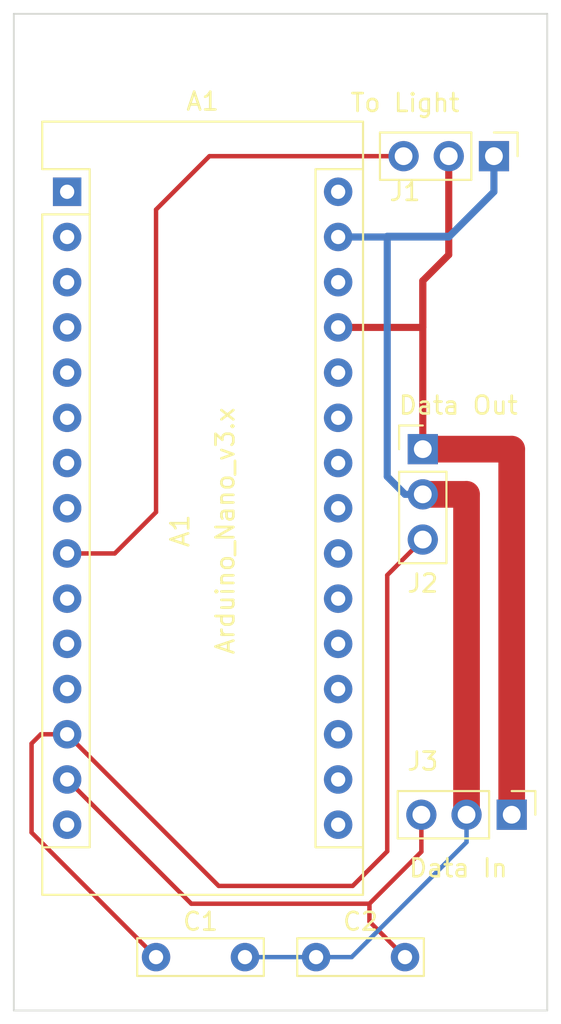
<source format=kicad_pcb>
(kicad_pcb (version 20171130) (host pcbnew "(5.1.10-1-10_14)")

  (general
    (thickness 1.6)
    (drawings 4)
    (tracks 41)
    (zones 0)
    (modules 10)
    (nets 31)
  )

  (page A4)
  (layers
    (0 F.Cu signal)
    (31 B.Cu signal)
    (32 B.Adhes user hide)
    (33 F.Adhes user hide)
    (34 B.Paste user hide)
    (35 F.Paste user hide)
    (36 B.SilkS user)
    (37 F.SilkS user)
    (38 B.Mask user)
    (39 F.Mask user)
    (40 Dwgs.User user hide)
    (41 Cmts.User user hide)
    (42 Eco1.User user hide)
    (43 Eco2.User user hide)
    (44 Edge.Cuts user)
    (45 Margin user hide)
    (46 B.CrtYd user hide)
    (47 F.CrtYd user hide)
    (48 B.Fab user hide)
    (49 F.Fab user hide)
  )

  (setup
    (last_trace_width 0.25)
    (user_trace_width 0.4)
    (user_trace_width 1.5)
    (trace_clearance 0.2)
    (zone_clearance 0.508)
    (zone_45_only no)
    (trace_min 0.2)
    (via_size 0.8)
    (via_drill 0.4)
    (via_min_size 0.4)
    (via_min_drill 0.3)
    (uvia_size 0.3)
    (uvia_drill 0.1)
    (uvias_allowed no)
    (uvia_min_size 0.2)
    (uvia_min_drill 0.1)
    (edge_width 0.05)
    (segment_width 0.2)
    (pcb_text_width 0.3)
    (pcb_text_size 1.5 1.5)
    (mod_edge_width 0.12)
    (mod_text_size 1 1)
    (mod_text_width 0.15)
    (pad_size 3.5 3.5)
    (pad_drill 3.5)
    (pad_to_mask_clearance 0)
    (aux_axis_origin 0 0)
    (visible_elements FFFFFF7F)
    (pcbplotparams
      (layerselection 0x010f0_ffffffff)
      (usegerberextensions true)
      (usegerberattributes false)
      (usegerberadvancedattributes true)
      (creategerberjobfile true)
      (excludeedgelayer true)
      (linewidth 0.100000)
      (plotframeref false)
      (viasonmask false)
      (mode 1)
      (useauxorigin false)
      (hpglpennumber 1)
      (hpglpenspeed 20)
      (hpglpendiameter 15.000000)
      (psnegative false)
      (psa4output false)
      (plotreference true)
      (plotvalue true)
      (plotinvisibletext false)
      (padsonsilk false)
      (subtractmaskfromsilk false)
      (outputformat 1)
      (mirror false)
      (drillshape 0)
      (scaleselection 1)
      (outputdirectory "gbr/"))
  )

  (net 0 "")
  (net 1 "Net-(A1-Pad1)")
  (net 2 "Net-(A1-Pad17)")
  (net 3 "Net-(A1-Pad2)")
  (net 4 "Net-(A1-Pad18)")
  (net 5 "Net-(A1-Pad3)")
  (net 6 "Net-(A1-Pad19)")
  (net 7 "Net-(A1-Pad4)")
  (net 8 "Net-(A1-Pad20)")
  (net 9 "Net-(A1-Pad5)")
  (net 10 "Net-(A1-Pad21)")
  (net 11 "Net-(A1-Pad6)")
  (net 12 "Net-(A1-Pad22)")
  (net 13 "Net-(A1-Pad7)")
  (net 14 "Net-(A1-Pad23)")
  (net 15 "Net-(A1-Pad8)")
  (net 16 "Net-(A1-Pad24)")
  (net 17 "Net-(A1-Pad9)")
  (net 18 "Net-(A1-Pad25)")
  (net 19 "Net-(A1-Pad10)")
  (net 20 "Net-(A1-Pad26)")
  (net 21 "Net-(A1-Pad11)")
  (net 22 "Net-(A1-Pad27)")
  (net 23 "Net-(A1-Pad12)")
  (net 24 "Net-(A1-Pad28)")
  (net 25 "Net-(A1-Pad13)")
  (net 26 "Net-(A1-Pad29)")
  (net 27 "Net-(A1-Pad14)")
  (net 28 "Net-(A1-Pad30)")
  (net 29 "Net-(A1-Pad15)")
  (net 30 "Net-(A1-Pad16)")

  (net_class Default "This is the default net class."
    (clearance 0.2)
    (trace_width 0.25)
    (via_dia 0.8)
    (via_drill 0.4)
    (uvia_dia 0.3)
    (uvia_drill 0.1)
    (add_net "Net-(A1-Pad1)")
    (add_net "Net-(A1-Pad10)")
    (add_net "Net-(A1-Pad11)")
    (add_net "Net-(A1-Pad12)")
    (add_net "Net-(A1-Pad13)")
    (add_net "Net-(A1-Pad14)")
    (add_net "Net-(A1-Pad15)")
    (add_net "Net-(A1-Pad16)")
    (add_net "Net-(A1-Pad17)")
    (add_net "Net-(A1-Pad18)")
    (add_net "Net-(A1-Pad19)")
    (add_net "Net-(A1-Pad2)")
    (add_net "Net-(A1-Pad20)")
    (add_net "Net-(A1-Pad21)")
    (add_net "Net-(A1-Pad22)")
    (add_net "Net-(A1-Pad23)")
    (add_net "Net-(A1-Pad24)")
    (add_net "Net-(A1-Pad25)")
    (add_net "Net-(A1-Pad26)")
    (add_net "Net-(A1-Pad27)")
    (add_net "Net-(A1-Pad28)")
    (add_net "Net-(A1-Pad29)")
    (add_net "Net-(A1-Pad3)")
    (add_net "Net-(A1-Pad30)")
    (add_net "Net-(A1-Pad4)")
    (add_net "Net-(A1-Pad5)")
    (add_net "Net-(A1-Pad6)")
    (add_net "Net-(A1-Pad7)")
    (add_net "Net-(A1-Pad8)")
    (add_net "Net-(A1-Pad9)")
  )

  (module Pin_Headers:Pin_Header_Straight_1x03_Pitch2.54mm (layer F.Cu) (tedit 59650532) (tstamp 61ACEFB1)
    (at 145 107 270)
    (descr "Through hole straight pin header, 1x03, 2.54mm pitch, single row")
    (tags "Through hole pin header THT 1x03 2.54mm single row")
    (path /61AD2B9A)
    (fp_text reference J3 (at -3 5) (layer F.SilkS)
      (effects (font (size 1 1) (thickness 0.15)))
    )
    (fp_text value "Data In" (at 3 3) (layer F.SilkS)
      (effects (font (size 1 1) (thickness 0.15)))
    )
    (fp_line (start 1.8 -1.8) (end -1.8 -1.8) (layer F.CrtYd) (width 0.05))
    (fp_line (start 1.8 6.85) (end 1.8 -1.8) (layer F.CrtYd) (width 0.05))
    (fp_line (start -1.8 6.85) (end 1.8 6.85) (layer F.CrtYd) (width 0.05))
    (fp_line (start -1.8 -1.8) (end -1.8 6.85) (layer F.CrtYd) (width 0.05))
    (fp_line (start -1.33 -1.33) (end 0 -1.33) (layer F.SilkS) (width 0.12))
    (fp_line (start -1.33 0) (end -1.33 -1.33) (layer F.SilkS) (width 0.12))
    (fp_line (start -1.33 1.27) (end 1.33 1.27) (layer F.SilkS) (width 0.12))
    (fp_line (start 1.33 1.27) (end 1.33 6.41) (layer F.SilkS) (width 0.12))
    (fp_line (start -1.33 1.27) (end -1.33 6.41) (layer F.SilkS) (width 0.12))
    (fp_line (start -1.33 6.41) (end 1.33 6.41) (layer F.SilkS) (width 0.12))
    (fp_line (start -1.27 -0.635) (end -0.635 -1.27) (layer F.Fab) (width 0.1))
    (fp_line (start -1.27 6.35) (end -1.27 -0.635) (layer F.Fab) (width 0.1))
    (fp_line (start 1.27 6.35) (end -1.27 6.35) (layer F.Fab) (width 0.1))
    (fp_line (start 1.27 -1.27) (end 1.27 6.35) (layer F.Fab) (width 0.1))
    (fp_line (start -0.635 -1.27) (end 1.27 -1.27) (layer F.Fab) (width 0.1))
    (fp_text user %R (at 0 2.54) (layer F.Fab)
      (effects (font (size 1 1) (thickness 0.15)))
    )
    (pad 1 thru_hole rect (at 0 0 270) (size 1.7 1.7) (drill 1) (layers *.Cu *.Mask)
      (net 22 "Net-(A1-Pad27)"))
    (pad 2 thru_hole oval (at 0 2.54 270) (size 1.7 1.7) (drill 1) (layers *.Cu *.Mask)
      (net 26 "Net-(A1-Pad29)"))
    (pad 3 thru_hole oval (at 0 5.08 270) (size 1.7 1.7) (drill 1) (layers *.Cu *.Mask)
      (net 27 "Net-(A1-Pad14)"))
    (model ${KISYS3DMOD}/Pin_Headers.3dshapes/Pin_Header_Straight_1x03_Pitch2.54mm.wrl
      (at (xyz 0 0 0))
      (scale (xyz 1 1 1))
      (rotate (xyz 0 0 0))
    )
  )

  (module Pin_Headers:Pin_Header_Straight_1x03_Pitch2.54mm (layer F.Cu) (tedit 59650532) (tstamp 61ACEFAE)
    (at 140 86.46)
    (descr "Through hole straight pin header, 1x03, 2.54mm pitch, single row")
    (tags "Through hole pin header THT 1x03 2.54mm single row")
    (path /61AD2054)
    (fp_text reference J2 (at 0 7.54) (layer F.SilkS)
      (effects (font (size 1 1) (thickness 0.15)))
    )
    (fp_text value "Data Out" (at 2 -2.46) (layer F.SilkS)
      (effects (font (size 1 1) (thickness 0.15)))
    )
    (fp_line (start 1.8 -1.8) (end -1.8 -1.8) (layer F.CrtYd) (width 0.05))
    (fp_line (start 1.8 6.85) (end 1.8 -1.8) (layer F.CrtYd) (width 0.05))
    (fp_line (start -1.8 6.85) (end 1.8 6.85) (layer F.CrtYd) (width 0.05))
    (fp_line (start -1.8 -1.8) (end -1.8 6.85) (layer F.CrtYd) (width 0.05))
    (fp_line (start -1.33 -1.33) (end 0 -1.33) (layer F.SilkS) (width 0.12))
    (fp_line (start -1.33 0) (end -1.33 -1.33) (layer F.SilkS) (width 0.12))
    (fp_line (start -1.33 1.27) (end 1.33 1.27) (layer F.SilkS) (width 0.12))
    (fp_line (start 1.33 1.27) (end 1.33 6.41) (layer F.SilkS) (width 0.12))
    (fp_line (start -1.33 1.27) (end -1.33 6.41) (layer F.SilkS) (width 0.12))
    (fp_line (start -1.33 6.41) (end 1.33 6.41) (layer F.SilkS) (width 0.12))
    (fp_line (start -1.27 -0.635) (end -0.635 -1.27) (layer F.Fab) (width 0.1))
    (fp_line (start -1.27 6.35) (end -1.27 -0.635) (layer F.Fab) (width 0.1))
    (fp_line (start 1.27 6.35) (end -1.27 6.35) (layer F.Fab) (width 0.1))
    (fp_line (start 1.27 -1.27) (end 1.27 6.35) (layer F.Fab) (width 0.1))
    (fp_line (start -0.635 -1.27) (end 1.27 -1.27) (layer F.Fab) (width 0.1))
    (fp_text user %R (at 0 2.54 90) (layer F.Fab)
      (effects (font (size 1 1) (thickness 0.15)))
    )
    (pad 1 thru_hole rect (at 0 0) (size 1.7 1.7) (drill 1) (layers *.Cu *.Mask)
      (net 22 "Net-(A1-Pad27)"))
    (pad 2 thru_hole oval (at 0 2.54) (size 1.7 1.7) (drill 1) (layers *.Cu *.Mask)
      (net 26 "Net-(A1-Pad29)"))
    (pad 3 thru_hole oval (at 0 5.08) (size 1.7 1.7) (drill 1) (layers *.Cu *.Mask)
      (net 25 "Net-(A1-Pad13)"))
    (model ${KISYS3DMOD}/Pin_Headers.3dshapes/Pin_Header_Straight_1x03_Pitch2.54mm.wrl
      (at (xyz 0 0 0))
      (scale (xyz 1 1 1))
      (rotate (xyz 0 0 0))
    )
  )

  (module Pin_Headers:Pin_Header_Straight_1x03_Pitch2.54mm (layer F.Cu) (tedit 59650532) (tstamp 61ACEFAB)
    (at 144 70 270)
    (descr "Through hole straight pin header, 1x03, 2.54mm pitch, single row")
    (tags "Through hole pin header THT 1x03 2.54mm single row")
    (path /61AD069E)
    (fp_text reference J1 (at 2 5) (layer F.SilkS)
      (effects (font (size 1 1) (thickness 0.15)))
    )
    (fp_text value "To Light" (at -3 5) (layer F.SilkS)
      (effects (font (size 1 1) (thickness 0.15)))
    )
    (fp_line (start 1.8 -1.8) (end -1.8 -1.8) (layer F.CrtYd) (width 0.05))
    (fp_line (start 1.8 6.85) (end 1.8 -1.8) (layer F.CrtYd) (width 0.05))
    (fp_line (start -1.8 6.85) (end 1.8 6.85) (layer F.CrtYd) (width 0.05))
    (fp_line (start -1.8 -1.8) (end -1.8 6.85) (layer F.CrtYd) (width 0.05))
    (fp_line (start -1.33 -1.33) (end 0 -1.33) (layer F.SilkS) (width 0.12))
    (fp_line (start -1.33 0) (end -1.33 -1.33) (layer F.SilkS) (width 0.12))
    (fp_line (start -1.33 1.27) (end 1.33 1.27) (layer F.SilkS) (width 0.12))
    (fp_line (start 1.33 1.27) (end 1.33 6.41) (layer F.SilkS) (width 0.12))
    (fp_line (start -1.33 1.27) (end -1.33 6.41) (layer F.SilkS) (width 0.12))
    (fp_line (start -1.33 6.41) (end 1.33 6.41) (layer F.SilkS) (width 0.12))
    (fp_line (start -1.27 -0.635) (end -0.635 -1.27) (layer F.Fab) (width 0.1))
    (fp_line (start -1.27 6.35) (end -1.27 -0.635) (layer F.Fab) (width 0.1))
    (fp_line (start 1.27 6.35) (end -1.27 6.35) (layer F.Fab) (width 0.1))
    (fp_line (start 1.27 -1.27) (end 1.27 6.35) (layer F.Fab) (width 0.1))
    (fp_line (start -0.635 -1.27) (end 1.27 -1.27) (layer F.Fab) (width 0.1))
    (fp_text user %R (at 0 2.54) (layer F.Fab)
      (effects (font (size 1 1) (thickness 0.15)))
    )
    (pad 1 thru_hole rect (at 0 0 270) (size 1.7 1.7) (drill 1) (layers *.Cu *.Mask)
      (net 26 "Net-(A1-Pad29)"))
    (pad 2 thru_hole oval (at 0 2.54 270) (size 1.7 1.7) (drill 1) (layers *.Cu *.Mask)
      (net 22 "Net-(A1-Pad27)"))
    (pad 3 thru_hole oval (at 0 5.08 270) (size 1.7 1.7) (drill 1) (layers *.Cu *.Mask)
      (net 17 "Net-(A1-Pad9)"))
    (model ${KISYS3DMOD}/Pin_Headers.3dshapes/Pin_Header_Straight_1x03_Pitch2.54mm.wrl
      (at (xyz 0 0 0))
      (scale (xyz 1 1 1))
      (rotate (xyz 0 0 0))
    )
  )

  (module Capacitors_THT:C_Rect_L7.0mm_W2.0mm_P5.00mm (layer F.Cu) (tedit 597BC7C2) (tstamp 61AE6238)
    (at 139 115 180)
    (descr "C, Rect series, Radial, pin pitch=5.00mm, , length*width=7*2mm^2, Capacitor")
    (tags "C Rect series Radial pin pitch 5.00mm  length 7mm width 2mm Capacitor")
    (path /61AF482E)
    (fp_text reference C2 (at 2.5 2) (layer F.SilkS)
      (effects (font (size 1 1) (thickness 0.15)))
    )
    (fp_text value C (at 2.5 2.31) (layer F.Fab)
      (effects (font (size 1 1) (thickness 0.15)))
    )
    (fp_line (start 6.35 -1.35) (end -1.35 -1.35) (layer F.CrtYd) (width 0.05))
    (fp_line (start 6.35 1.35) (end 6.35 -1.35) (layer F.CrtYd) (width 0.05))
    (fp_line (start -1.35 1.35) (end 6.35 1.35) (layer F.CrtYd) (width 0.05))
    (fp_line (start -1.35 -1.35) (end -1.35 1.35) (layer F.CrtYd) (width 0.05))
    (fp_line (start 6.06 -1.06) (end 6.06 1.06) (layer F.SilkS) (width 0.12))
    (fp_line (start -1.06 -1.06) (end -1.06 1.06) (layer F.SilkS) (width 0.12))
    (fp_line (start -1.06 1.06) (end 6.06 1.06) (layer F.SilkS) (width 0.12))
    (fp_line (start -1.06 -1.06) (end 6.06 -1.06) (layer F.SilkS) (width 0.12))
    (fp_line (start 6 -1) (end -1 -1) (layer F.Fab) (width 0.1))
    (fp_line (start 6 1) (end 6 -1) (layer F.Fab) (width 0.1))
    (fp_line (start -1 1) (end 6 1) (layer F.Fab) (width 0.1))
    (fp_line (start -1 -1) (end -1 1) (layer F.Fab) (width 0.1))
    (fp_text user %R (at 2.5 0) (layer F.Fab)
      (effects (font (size 1 1) (thickness 0.15)))
    )
    (pad 1 thru_hole circle (at 0 0 180) (size 1.6 1.6) (drill 0.8) (layers *.Cu *.Mask)
      (net 27 "Net-(A1-Pad14)"))
    (pad 2 thru_hole circle (at 5 0 180) (size 1.6 1.6) (drill 0.8) (layers *.Cu *.Mask)
      (net 26 "Net-(A1-Pad29)"))
    (model ${KISYS3DMOD}/Capacitors_THT.3dshapes/C_Rect_L7.0mm_W2.0mm_P5.00mm.wrl
      (at (xyz 0 0 0))
      (scale (xyz 1 1 1))
      (rotate (xyz 0 0 0))
    )
  )

  (module Capacitors_THT:C_Rect_L7.0mm_W2.0mm_P5.00mm (layer F.Cu) (tedit 597BC7C2) (tstamp 61AE6235)
    (at 125 115)
    (descr "C, Rect series, Radial, pin pitch=5.00mm, , length*width=7*2mm^2, Capacitor")
    (tags "C Rect series Radial pin pitch 5.00mm  length 7mm width 2mm Capacitor")
    (path /61AF5FC2)
    (fp_text reference C1 (at 2.5 -2) (layer F.SilkS)
      (effects (font (size 1 1) (thickness 0.15)))
    )
    (fp_text value C (at 2.5 2.31) (layer F.Fab)
      (effects (font (size 1 1) (thickness 0.15)))
    )
    (fp_line (start 6.35 -1.35) (end -1.35 -1.35) (layer F.CrtYd) (width 0.05))
    (fp_line (start 6.35 1.35) (end 6.35 -1.35) (layer F.CrtYd) (width 0.05))
    (fp_line (start -1.35 1.35) (end 6.35 1.35) (layer F.CrtYd) (width 0.05))
    (fp_line (start -1.35 -1.35) (end -1.35 1.35) (layer F.CrtYd) (width 0.05))
    (fp_line (start 6.06 -1.06) (end 6.06 1.06) (layer F.SilkS) (width 0.12))
    (fp_line (start -1.06 -1.06) (end -1.06 1.06) (layer F.SilkS) (width 0.12))
    (fp_line (start -1.06 1.06) (end 6.06 1.06) (layer F.SilkS) (width 0.12))
    (fp_line (start -1.06 -1.06) (end 6.06 -1.06) (layer F.SilkS) (width 0.12))
    (fp_line (start 6 -1) (end -1 -1) (layer F.Fab) (width 0.1))
    (fp_line (start 6 1) (end 6 -1) (layer F.Fab) (width 0.1))
    (fp_line (start -1 1) (end 6 1) (layer F.Fab) (width 0.1))
    (fp_line (start -1 -1) (end -1 1) (layer F.Fab) (width 0.1))
    (fp_text user %R (at 2.5 0) (layer F.Fab)
      (effects (font (size 1 1) (thickness 0.15)))
    )
    (pad 1 thru_hole circle (at 0 0) (size 1.6 1.6) (drill 0.8) (layers *.Cu *.Mask)
      (net 25 "Net-(A1-Pad13)"))
    (pad 2 thru_hole circle (at 5 0) (size 1.6 1.6) (drill 0.8) (layers *.Cu *.Mask)
      (net 26 "Net-(A1-Pad29)"))
    (model ${KISYS3DMOD}/Capacitors_THT.3dshapes/C_Rect_L7.0mm_W2.0mm_P5.00mm.wrl
      (at (xyz 0 0 0))
      (scale (xyz 1 1 1))
      (rotate (xyz 0 0 0))
    )
  )

  (module Mounting_Holes:MountingHole_3.5mm (layer F.Cu) (tedit 61AE40A3) (tstamp 61AD04FC)
    (at 144 65)
    (descr "Mounting Hole 3.5mm, no annular")
    (tags "mounting hole 3.5mm no annular")
    (attr virtual)
    (fp_text reference REF** (at 0 -4.5) (layer F.SilkS) hide
      (effects (font (size 1 1) (thickness 0.15)))
    )
    (fp_text value MountingHole_3.5mm (at 0 4.5) (layer F.Fab) hide
      (effects (font (size 1 1) (thickness 0.15)))
    )
    (fp_circle (center 0 0) (end 3.75 0) (layer F.CrtYd) (width 0.05))
    (fp_circle (center 0 0) (end 3.5 0) (layer Cmts.User) (width 0.15))
    (pad "" np_thru_hole circle (at 0 0) (size 3.5 3.5) (drill 3.5) (layers *.Cu *.Mask))
  )

  (module Mounting_Holes:MountingHole_3.5mm (layer F.Cu) (tedit 61AE40C1) (tstamp 61AD0611)
    (at 144 115)
    (descr "Mounting Hole 3.5mm, no annular")
    (tags "mounting hole 3.5mm no annular")
    (attr virtual)
    (fp_text reference REF** (at 0 -4.5) (layer F.SilkS) hide
      (effects (font (size 1 1) (thickness 0.15)))
    )
    (fp_text value MountingHole_3.5mm (at 0 4.5) (layer F.Fab) hide
      (effects (font (size 1 1) (thickness 0.15)))
    )
    (fp_circle (center 0 0) (end 3.75 0) (layer F.CrtYd) (width 0.05))
    (fp_circle (center 0 0) (end 3.5 0) (layer Cmts.User) (width 0.15))
    (pad "" np_thru_hole circle (at 0 0) (size 3.5 3.5) (drill 3.5) (layers *.Cu *.Mask))
  )

  (module Mounting_Holes:MountingHole_3.5mm (layer F.Cu) (tedit 61AE40D8) (tstamp 61AD05E4)
    (at 120 115)
    (descr "Mounting Hole 3.5mm, no annular")
    (tags "mounting hole 3.5mm no annular")
    (attr virtual)
    (fp_text reference REF** (at 0 -4.5) (layer F.SilkS) hide
      (effects (font (size 1 1) (thickness 0.15)))
    )
    (fp_text value MountingHole_3.5mm (at 0 4.5) (layer F.Fab) hide
      (effects (font (size 1 1) (thickness 0.15)))
    )
    (fp_circle (center 0 0) (end 3.75 0) (layer F.CrtYd) (width 0.05))
    (fp_circle (center 0 0) (end 3.5 0) (layer Cmts.User) (width 0.15))
    (pad "" np_thru_hole circle (at 0 0) (size 3.5 3.5) (drill 3.5) (layers *.Cu *.Mask))
  )

  (module Mounting_Holes:MountingHole_3.5mm (layer F.Cu) (tedit 61AD9163) (tstamp 61AD05B7)
    (at 120 65)
    (descr "Mounting Hole 3.5mm, no annular")
    (tags "mounting hole 3.5mm no annular")
    (attr virtual)
    (fp_text reference REF** (at 0 -4.5) (layer F.SilkS) hide
      (effects (font (size 1 1) (thickness 0.15)))
    )
    (fp_text value MountingHole_3.5mm (at 0 4.5) (layer F.Fab) hide
      (effects (font (size 1 1) (thickness 0.15)))
    )
    (fp_circle (center 0 0) (end 3.75 0) (layer F.CrtYd) (width 0.05))
    (fp_circle (center 0 0) (end 3.5 0) (layer Cmts.User) (width 0.15))
    (pad "" np_thru_hole circle (at 0 0) (size 3.5 3.5) (drill 3.5) (layers *.Cu *.Mask))
  )

  (module Modules:Arduino_Nano (layer F.Cu) (tedit 58ACAF70) (tstamp 61ACEFA8)
    (at 120 72)
    (descr "Arduino Nano, http://www.mouser.com/pdfdocs/Gravitech_Arduino_Nano3_0.pdf")
    (tags "Arduino Nano")
    (path /61ACEE2D)
    (fp_text reference A1 (at 7.62 -5.08) (layer F.SilkS)
      (effects (font (size 1 1) (thickness 0.15)))
    )
    (fp_text value Arduino_Nano_v3.x (at 8.89 19.05 90) (layer F.SilkS)
      (effects (font (size 1 1) (thickness 0.15)))
    )
    (fp_line (start 1.27 1.27) (end 1.27 -1.27) (layer F.SilkS) (width 0.12))
    (fp_line (start 1.27 -1.27) (end -1.4 -1.27) (layer F.SilkS) (width 0.12))
    (fp_line (start -1.4 1.27) (end -1.4 39.5) (layer F.SilkS) (width 0.12))
    (fp_line (start -1.4 -3.94) (end -1.4 -1.27) (layer F.SilkS) (width 0.12))
    (fp_line (start 13.97 -1.27) (end 16.64 -1.27) (layer F.SilkS) (width 0.12))
    (fp_line (start 13.97 -1.27) (end 13.97 36.83) (layer F.SilkS) (width 0.12))
    (fp_line (start 13.97 36.83) (end 16.64 36.83) (layer F.SilkS) (width 0.12))
    (fp_line (start 1.27 1.27) (end -1.4 1.27) (layer F.SilkS) (width 0.12))
    (fp_line (start 1.27 1.27) (end 1.27 36.83) (layer F.SilkS) (width 0.12))
    (fp_line (start 1.27 36.83) (end -1.4 36.83) (layer F.SilkS) (width 0.12))
    (fp_line (start 3.81 31.75) (end 11.43 31.75) (layer F.Fab) (width 0.1))
    (fp_line (start 11.43 31.75) (end 11.43 41.91) (layer F.Fab) (width 0.1))
    (fp_line (start 11.43 41.91) (end 3.81 41.91) (layer F.Fab) (width 0.1))
    (fp_line (start 3.81 41.91) (end 3.81 31.75) (layer F.Fab) (width 0.1))
    (fp_line (start -1.4 39.5) (end 16.64 39.5) (layer F.SilkS) (width 0.12))
    (fp_line (start 16.64 39.5) (end 16.64 -3.94) (layer F.SilkS) (width 0.12))
    (fp_line (start 16.64 -3.94) (end -1.4 -3.94) (layer F.SilkS) (width 0.12))
    (fp_line (start 16.51 39.37) (end -1.27 39.37) (layer F.Fab) (width 0.1))
    (fp_line (start -1.27 39.37) (end -1.27 -2.54) (layer F.Fab) (width 0.1))
    (fp_line (start -1.27 -2.54) (end 0 -3.81) (layer F.Fab) (width 0.1))
    (fp_line (start 0 -3.81) (end 16.51 -3.81) (layer F.Fab) (width 0.1))
    (fp_line (start 16.51 -3.81) (end 16.51 39.37) (layer F.Fab) (width 0.1))
    (fp_line (start -1.53 -4.06) (end 16.75 -4.06) (layer F.CrtYd) (width 0.05))
    (fp_line (start -1.53 -4.06) (end -1.53 42.16) (layer F.CrtYd) (width 0.05))
    (fp_line (start 16.75 42.16) (end 16.75 -4.06) (layer F.CrtYd) (width 0.05))
    (fp_line (start 16.75 42.16) (end -1.53 42.16) (layer F.CrtYd) (width 0.05))
    (fp_text user %R (at 6.35 19.05 90) (layer F.SilkS)
      (effects (font (size 1 1) (thickness 0.15)))
    )
    (pad 1 thru_hole rect (at 0 0) (size 1.6 1.6) (drill 0.8) (layers *.Cu *.Mask)
      (net 1 "Net-(A1-Pad1)"))
    (pad 17 thru_hole oval (at 15.24 33.02) (size 1.6 1.6) (drill 0.8) (layers *.Cu *.Mask)
      (net 2 "Net-(A1-Pad17)"))
    (pad 2 thru_hole oval (at 0 2.54) (size 1.6 1.6) (drill 0.8) (layers *.Cu *.Mask)
      (net 3 "Net-(A1-Pad2)"))
    (pad 18 thru_hole oval (at 15.24 30.48) (size 1.6 1.6) (drill 0.8) (layers *.Cu *.Mask)
      (net 4 "Net-(A1-Pad18)"))
    (pad 3 thru_hole oval (at 0 5.08) (size 1.6 1.6) (drill 0.8) (layers *.Cu *.Mask)
      (net 5 "Net-(A1-Pad3)"))
    (pad 19 thru_hole oval (at 15.24 27.94) (size 1.6 1.6) (drill 0.8) (layers *.Cu *.Mask)
      (net 6 "Net-(A1-Pad19)"))
    (pad 4 thru_hole oval (at 0 7.62) (size 1.6 1.6) (drill 0.8) (layers *.Cu *.Mask)
      (net 7 "Net-(A1-Pad4)"))
    (pad 20 thru_hole oval (at 15.24 25.4) (size 1.6 1.6) (drill 0.8) (layers *.Cu *.Mask)
      (net 8 "Net-(A1-Pad20)"))
    (pad 5 thru_hole oval (at 0 10.16) (size 1.6 1.6) (drill 0.8) (layers *.Cu *.Mask)
      (net 9 "Net-(A1-Pad5)"))
    (pad 21 thru_hole oval (at 15.24 22.86) (size 1.6 1.6) (drill 0.8) (layers *.Cu *.Mask)
      (net 10 "Net-(A1-Pad21)"))
    (pad 6 thru_hole oval (at 0 12.7) (size 1.6 1.6) (drill 0.8) (layers *.Cu *.Mask)
      (net 11 "Net-(A1-Pad6)"))
    (pad 22 thru_hole oval (at 15.24 20.32) (size 1.6 1.6) (drill 0.8) (layers *.Cu *.Mask)
      (net 12 "Net-(A1-Pad22)"))
    (pad 7 thru_hole oval (at 0 15.24) (size 1.6 1.6) (drill 0.8) (layers *.Cu *.Mask)
      (net 13 "Net-(A1-Pad7)"))
    (pad 23 thru_hole oval (at 15.24 17.78) (size 1.6 1.6) (drill 0.8) (layers *.Cu *.Mask)
      (net 14 "Net-(A1-Pad23)"))
    (pad 8 thru_hole oval (at 0 17.78) (size 1.6 1.6) (drill 0.8) (layers *.Cu *.Mask)
      (net 15 "Net-(A1-Pad8)"))
    (pad 24 thru_hole oval (at 15.24 15.24) (size 1.6 1.6) (drill 0.8) (layers *.Cu *.Mask)
      (net 16 "Net-(A1-Pad24)"))
    (pad 9 thru_hole oval (at 0 20.32) (size 1.6 1.6) (drill 0.8) (layers *.Cu *.Mask)
      (net 17 "Net-(A1-Pad9)"))
    (pad 25 thru_hole oval (at 15.24 12.7) (size 1.6 1.6) (drill 0.8) (layers *.Cu *.Mask)
      (net 18 "Net-(A1-Pad25)"))
    (pad 10 thru_hole oval (at 0 22.86) (size 1.6 1.6) (drill 0.8) (layers *.Cu *.Mask)
      (net 19 "Net-(A1-Pad10)"))
    (pad 26 thru_hole oval (at 15.24 10.16) (size 1.6 1.6) (drill 0.8) (layers *.Cu *.Mask)
      (net 20 "Net-(A1-Pad26)"))
    (pad 11 thru_hole oval (at 0 25.4) (size 1.6 1.6) (drill 0.8) (layers *.Cu *.Mask)
      (net 21 "Net-(A1-Pad11)"))
    (pad 27 thru_hole oval (at 15.24 7.62) (size 1.6 1.6) (drill 0.8) (layers *.Cu *.Mask)
      (net 22 "Net-(A1-Pad27)"))
    (pad 12 thru_hole oval (at 0 27.94) (size 1.6 1.6) (drill 0.8) (layers *.Cu *.Mask)
      (net 23 "Net-(A1-Pad12)"))
    (pad 28 thru_hole oval (at 15.24 5.08) (size 1.6 1.6) (drill 0.8) (layers *.Cu *.Mask)
      (net 24 "Net-(A1-Pad28)"))
    (pad 13 thru_hole oval (at 0 30.48) (size 1.6 1.6) (drill 0.8) (layers *.Cu *.Mask)
      (net 25 "Net-(A1-Pad13)"))
    (pad 29 thru_hole oval (at 15.24 2.54) (size 1.6 1.6) (drill 0.8) (layers *.Cu *.Mask)
      (net 26 "Net-(A1-Pad29)"))
    (pad 14 thru_hole oval (at 0 33.02) (size 1.6 1.6) (drill 0.8) (layers *.Cu *.Mask)
      (net 27 "Net-(A1-Pad14)"))
    (pad 30 thru_hole oval (at 15.24 0) (size 1.6 1.6) (drill 0.8) (layers *.Cu *.Mask)
      (net 28 "Net-(A1-Pad30)"))
    (pad 15 thru_hole oval (at 0 35.56) (size 1.6 1.6) (drill 0.8) (layers *.Cu *.Mask)
      (net 29 "Net-(A1-Pad15)"))
    (pad 16 thru_hole oval (at 15.24 35.56) (size 1.6 1.6) (drill 0.8) (layers *.Cu *.Mask)
      (net 30 "Net-(A1-Pad16)"))
  )

  (gr_line (start 117 118) (end 147 118) (layer Edge.Cuts) (width 0.1) (tstamp 61AD90D0))
  (gr_line (start 147 118) (end 147 62) (layer Edge.Cuts) (width 0.1) (tstamp 61AD90B4))
  (gr_line (start 117 118) (end 117 62) (layer Edge.Cuts) (width 0.1) (tstamp 61ACF228))
  (gr_line (start 117 62) (end 147 62) (layer Edge.Cuts) (width 0.1))

  (segment (start 120 92.32) (end 122.68 92.32) (width 0.25) (layer F.Cu) (net 17))
  (segment (start 122.68 92.32) (end 125 90) (width 0.25) (layer F.Cu) (net 17))
  (segment (start 125 90) (end 125 73) (width 0.25) (layer F.Cu) (net 17))
  (segment (start 128 70) (end 138.92 70) (width 0.25) (layer F.Cu) (net 17))
  (segment (start 125 73) (end 128 70) (width 0.25) (layer F.Cu) (net 17))
  (segment (start 141.46 70) (end 141.46 75.54) (width 0.4) (layer F.Cu) (net 22))
  (segment (start 140 86.46) (end 140 77) (width 0.4) (layer F.Cu) (net 22))
  (segment (start 141.46 75.54) (end 140 77) (width 0.4) (layer F.Cu) (net 22))
  (segment (start 140 79.62) (end 135.24 79.62) (width 0.4) (layer F.Cu) (net 22))
  (segment (start 140 77) (end 140 79.62) (width 0.4) (layer F.Cu) (net 22))
  (segment (start 145 86.46) (end 140 86.46) (width 1.5) (layer F.Cu) (net 22))
  (segment (start 145 107) (end 145 86.46) (width 1.5) (layer F.Cu) (net 22))
  (segment (start 136.058124 111) (end 128.52 111) (width 0.25) (layer F.Cu) (net 25))
  (segment (start 138 109.058124) (end 136.058124 111) (width 0.25) (layer F.Cu) (net 25))
  (segment (start 128.52 111) (end 120 102.48) (width 0.25) (layer F.Cu) (net 25))
  (segment (start 138 93.54) (end 138 109.058124) (width 0.25) (layer F.Cu) (net 25))
  (segment (start 140 91.54) (end 138 93.54) (width 0.25) (layer F.Cu) (net 25))
  (segment (start 118 103) (end 118.52 102.48) (width 0.25) (layer F.Cu) (net 25))
  (segment (start 118.52 102.48) (end 120 102.48) (width 0.25) (layer F.Cu) (net 25))
  (segment (start 118 108) (end 118 103) (width 0.25) (layer F.Cu) (net 25))
  (segment (start 125 115) (end 118 108) (width 0.25) (layer F.Cu) (net 25))
  (segment (start 142.46 89) (end 140 89) (width 1.5) (layer F.Cu) (net 26))
  (segment (start 142.46 107) (end 142.46 89) (width 1.5) (layer F.Cu) (net 26))
  (segment (start 144 72) (end 144 70) (width 0.4) (layer B.Cu) (net 26))
  (segment (start 141.46 74.54) (end 141.5 74.5) (width 0.4) (layer B.Cu) (net 26))
  (segment (start 135.24 74.54) (end 141.46 74.54) (width 0.4) (layer B.Cu) (net 26))
  (segment (start 141.5 74.5) (end 144 72) (width 0.4) (layer B.Cu) (net 26))
  (segment (start 138 88) (end 138 74.5) (width 0.4) (layer B.Cu) (net 26))
  (segment (start 138 74.5) (end 141.5 74.5) (width 0.4) (layer B.Cu) (net 26))
  (segment (start 139 89) (end 138 88) (width 0.4) (layer B.Cu) (net 26))
  (segment (start 140 89) (end 139 89) (width 0.4) (layer B.Cu) (net 26))
  (segment (start 130 115) (end 134 115) (width 0.25) (layer B.Cu) (net 26))
  (segment (start 142.46 108.54) (end 142.46 107) (width 0.25) (layer B.Cu) (net 26))
  (segment (start 136 115) (end 142.46 108.54) (width 0.25) (layer B.Cu) (net 26))
  (segment (start 134 115) (end 136 115) (width 0.25) (layer B.Cu) (net 26))
  (segment (start 126.98 112) (end 120 105.02) (width 0.25) (layer F.Cu) (net 27))
  (segment (start 137 112) (end 126.98 112) (width 0.25) (layer F.Cu) (net 27))
  (segment (start 139.92 109.08) (end 137 112) (width 0.25) (layer F.Cu) (net 27))
  (segment (start 139.92 107) (end 139.92 109.08) (width 0.25) (layer F.Cu) (net 27))
  (segment (start 139 115) (end 137 113) (width 0.25) (layer F.Cu) (net 27))
  (segment (start 137 113) (end 137 112) (width 0.25) (layer F.Cu) (net 27))

)

</source>
